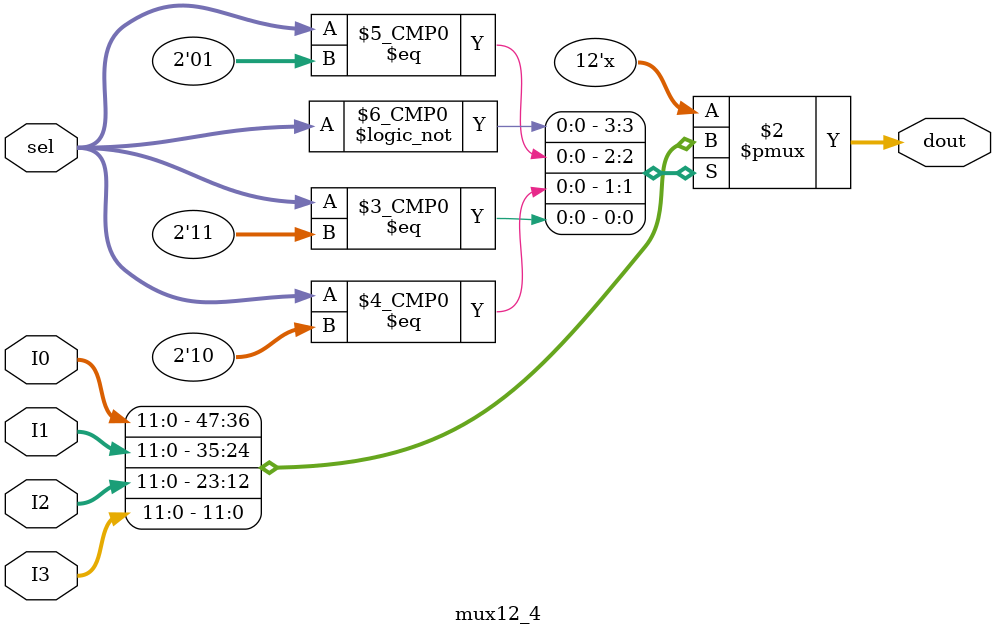
<source format=v>
`timescale 1ns / 1ps


module mux12_4(sel, I0, I1, I2, I3, dout);
    input [1:0] sel;
    input [11:0] I0, I1, I2, I3;
    output reg [11:0] dout;
    
    always@(sel or I0 or I1 or I2 or I3)begin
        case(sel)
            2'b00: dout = I0;
            2'b01: dout = I1;
            2'b10: dout = I2;
            2'b11: dout = I3;
        endcase
    end
endmodule
</source>
